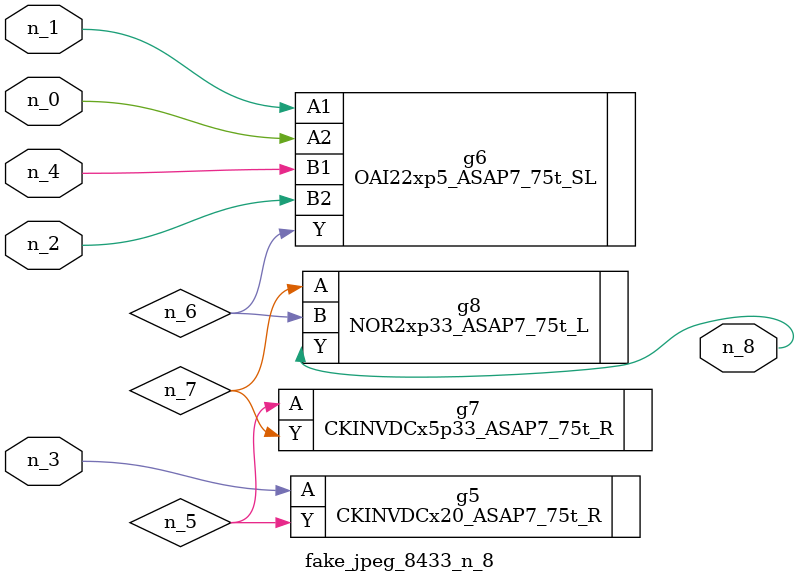
<source format=v>
module fake_jpeg_8433_n_8 (n_3, n_2, n_1, n_0, n_4, n_8);

input n_3;
input n_2;
input n_1;
input n_0;
input n_4;

output n_8;

wire n_6;
wire n_5;
wire n_7;

CKINVDCx20_ASAP7_75t_R g5 ( 
.A(n_3),
.Y(n_5)
);

OAI22xp5_ASAP7_75t_SL g6 ( 
.A1(n_1),
.A2(n_0),
.B1(n_4),
.B2(n_2),
.Y(n_6)
);

CKINVDCx5p33_ASAP7_75t_R g7 ( 
.A(n_5),
.Y(n_7)
);

NOR2xp33_ASAP7_75t_L g8 ( 
.A(n_7),
.B(n_6),
.Y(n_8)
);


endmodule
</source>
